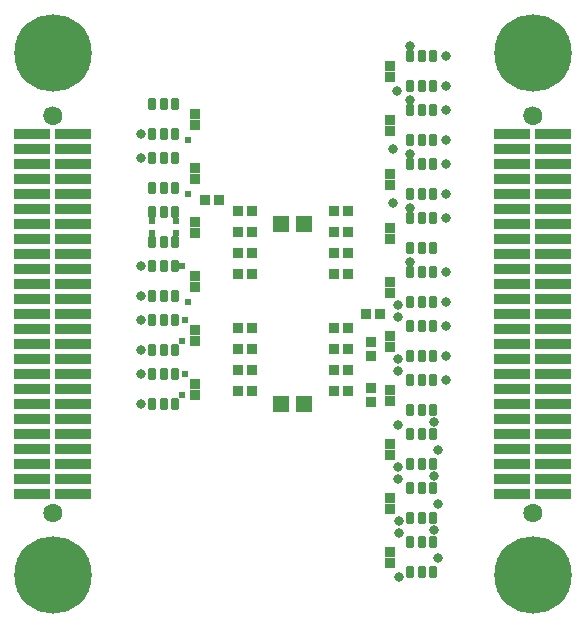
<source format=gbs>
G04*
G04 #@! TF.GenerationSoftware,Altium Limited,Altium Designer,21.6.4 (81)*
G04*
G04 Layer_Color=16711935*
%FSLAX25Y25*%
%MOIN*%
G70*
G04*
G04 #@! TF.SameCoordinates,90030F59-7507-437C-A338-71E6985DC830*
G04*
G04*
G04 #@! TF.FilePolarity,Negative*
G04*
G01*
G75*
%ADD10C,0.00000*%
%ADD13C,0.06312*%
%ADD14C,0.03200*%
%ADD15C,0.02400*%
%ADD16C,0.25800*%
%ADD25R,0.05334X0.05756*%
%ADD27R,0.03394X0.03377*%
%ADD28R,0.03377X0.03394*%
%ADD33R,0.11898X0.03315*%
%ADD34R,0.11898X0.03316*%
G04:AMPARAMS|DCode=35|XSize=29.65mil|YSize=39.5mil|CornerRadius=5.95mil|HoleSize=0mil|Usage=FLASHONLY|Rotation=180.000|XOffset=0mil|YOffset=0mil|HoleType=Round|Shape=RoundedRectangle|*
%AMROUNDEDRECTD35*
21,1,0.02965,0.02760,0,0,180.0*
21,1,0.01776,0.03950,0,0,180.0*
1,1,0.01190,-0.00888,0.01380*
1,1,0.01190,0.00888,0.01380*
1,1,0.01190,0.00888,-0.01380*
1,1,0.01190,-0.00888,-0.01380*
%
%ADD35ROUNDEDRECTD35*%
%ADD36R,0.03635X0.03792*%
%ADD37R,0.12296X0.03713*%
D10*
X282957Y266252D02*
G03*
X282957Y266252I-2957J0D01*
G01*
Y133748D02*
G03*
X282957Y133748I-2957J0D01*
G01*
X122957D02*
G03*
X122957Y133748I-2957J0D01*
G01*
Y266252D02*
G03*
X122957Y266252I-2957J0D01*
G01*
D13*
X280000D02*
D03*
Y133748D02*
D03*
X120000D02*
D03*
Y266252D02*
D03*
D14*
X247000Y164000D02*
D03*
Y128000D02*
D03*
X248406Y136856D02*
D03*
X247000Y146000D02*
D03*
X251000Y232000D02*
D03*
Y178000D02*
D03*
Y185961D02*
D03*
Y196000D02*
D03*
Y203961D02*
D03*
Y214000D02*
D03*
Y239961D02*
D03*
Y250000D02*
D03*
Y257961D02*
D03*
X251020Y267980D02*
D03*
X248406Y154856D02*
D03*
Y118856D02*
D03*
X251000Y275961D02*
D03*
Y286000D02*
D03*
X149510Y259970D02*
D03*
Y252010D02*
D03*
Y169971D02*
D03*
Y180010D02*
D03*
Y187970D02*
D03*
Y198010D02*
D03*
Y205971D02*
D03*
X149500Y216000D02*
D03*
X235000Y203000D02*
D03*
X239000Y217500D02*
D03*
X235000Y185000D02*
D03*
Y149000D02*
D03*
Y145000D02*
D03*
X235500Y112500D02*
D03*
Y131000D02*
D03*
Y127000D02*
D03*
X233500Y237000D02*
D03*
X239000Y235500D02*
D03*
X234682Y274400D02*
D03*
X233500Y255000D02*
D03*
X239000Y253500D02*
D03*
Y271500D02*
D03*
Y289500D02*
D03*
X235000Y181000D02*
D03*
Y199000D02*
D03*
Y163000D02*
D03*
D15*
X165000Y258000D02*
D03*
X163004Y191032D02*
D03*
Y173031D02*
D03*
X163000Y216000D02*
D03*
X153000Y227000D02*
D03*
Y231000D02*
D03*
X165000Y204000D02*
D03*
X164000Y180000D02*
D03*
X161000Y231000D02*
D03*
Y227000D02*
D03*
X165000Y240000D02*
D03*
X164000Y198000D02*
D03*
D16*
X280000Y287000D02*
D03*
X120000Y113000D02*
D03*
Y287000D02*
D03*
X280000Y113000D02*
D03*
D25*
X203841Y170000D02*
D03*
X196159D02*
D03*
X203841Y230000D02*
D03*
X196159D02*
D03*
D27*
X226000Y190871D02*
D03*
Y186129D02*
D03*
Y170629D02*
D03*
Y175371D02*
D03*
D28*
X175371Y238000D02*
D03*
X170629D02*
D03*
X224529Y200100D02*
D03*
X229271D02*
D03*
X186371Y234500D02*
D03*
X181629D02*
D03*
X213629D02*
D03*
X218371D02*
D03*
X213629Y227500D02*
D03*
X218371D02*
D03*
X213629Y220500D02*
D03*
X218371D02*
D03*
X213629Y213500D02*
D03*
X218371D02*
D03*
X181629Y174500D02*
D03*
X186371D02*
D03*
X181629Y188500D02*
D03*
X186371D02*
D03*
X213629Y174500D02*
D03*
X218371D02*
D03*
X213629Y188500D02*
D03*
X218371D02*
D03*
X186371Y220500D02*
D03*
X181629D02*
D03*
X213629Y181500D02*
D03*
X218371D02*
D03*
X213629Y195500D02*
D03*
X218371D02*
D03*
X181629Y181500D02*
D03*
X186371D02*
D03*
X181629Y195500D02*
D03*
X186371D02*
D03*
X186371Y227500D02*
D03*
X181629D02*
D03*
X186371Y213500D02*
D03*
X181629D02*
D03*
D33*
X273252Y139999D02*
D03*
X286748D02*
D03*
X273252Y145000D02*
D03*
X286748D02*
D03*
X273252Y149999D02*
D03*
X286748D02*
D03*
X273252Y154999D02*
D03*
X286748D02*
D03*
X273252Y160000D02*
D03*
X286748D02*
D03*
X273252Y164999D02*
D03*
X286748D02*
D03*
X273252Y170000D02*
D03*
X286748D02*
D03*
X273252Y174999D02*
D03*
X286748D02*
D03*
X273252Y179999D02*
D03*
X286748D02*
D03*
X273252Y185000D02*
D03*
X286748D02*
D03*
X273252Y189999D02*
D03*
X286748D02*
D03*
X273252Y195000D02*
D03*
X286748D02*
D03*
X273252Y205000D02*
D03*
X286748D02*
D03*
X273252Y210000D02*
D03*
X286748D02*
D03*
X273252Y215001D02*
D03*
X286748D02*
D03*
X273252Y220001D02*
D03*
X286748D02*
D03*
X273252Y225001D02*
D03*
X286748D02*
D03*
X273252Y230000D02*
D03*
X286748D02*
D03*
X273252Y235000D02*
D03*
X286748D02*
D03*
X273252Y240001D02*
D03*
X286748D02*
D03*
X273252Y245001D02*
D03*
X286748D02*
D03*
X273252Y250001D02*
D03*
X286748D02*
D03*
X273252Y255000D02*
D03*
X286748D02*
D03*
X273252Y260000D02*
D03*
X286748D02*
D03*
X126748D02*
D03*
X113252D02*
D03*
X126748Y255000D02*
D03*
X113252D02*
D03*
X126748Y250001D02*
D03*
X113252D02*
D03*
X126748Y245001D02*
D03*
X113252D02*
D03*
X126748Y240001D02*
D03*
X113252D02*
D03*
X126748Y235000D02*
D03*
X113252D02*
D03*
X126748Y230000D02*
D03*
X113252D02*
D03*
X126748Y225001D02*
D03*
X113252D02*
D03*
X126748Y220001D02*
D03*
X113252D02*
D03*
X126748Y215001D02*
D03*
X113252D02*
D03*
X126748Y210000D02*
D03*
X113252D02*
D03*
X126748Y205000D02*
D03*
X113252D02*
D03*
X126748Y195000D02*
D03*
X113252D02*
D03*
X126748Y189999D02*
D03*
X113252D02*
D03*
X126748Y185000D02*
D03*
X113252D02*
D03*
X126748Y179999D02*
D03*
X113252D02*
D03*
X126748Y174999D02*
D03*
X113252D02*
D03*
X126748Y170000D02*
D03*
X113252D02*
D03*
X126748Y164999D02*
D03*
X113252D02*
D03*
X126748Y160000D02*
D03*
X113252D02*
D03*
X126748Y154999D02*
D03*
X113252D02*
D03*
X126748Y149999D02*
D03*
X113252D02*
D03*
X126748Y145000D02*
D03*
X113252D02*
D03*
X126748Y139999D02*
D03*
X113252D02*
D03*
D34*
X273252Y200000D02*
D03*
X286748D02*
D03*
X126748D02*
D03*
X113252D02*
D03*
D35*
X239260Y142020D02*
D03*
X243000D02*
D03*
X246740D02*
D03*
Y131980D02*
D03*
X243000D02*
D03*
X239260D02*
D03*
X160740Y259980D02*
D03*
X157000D02*
D03*
X153260D02*
D03*
Y270020D02*
D03*
X157000D02*
D03*
X160740D02*
D03*
X239260Y214020D02*
D03*
X243000D02*
D03*
X246740D02*
D03*
Y203980D02*
D03*
X243000D02*
D03*
X239260D02*
D03*
X160740Y180020D02*
D03*
X157000D02*
D03*
X153260D02*
D03*
Y169980D02*
D03*
X157000D02*
D03*
X160740D02*
D03*
X239260Y113980D02*
D03*
X243000D02*
D03*
X246740D02*
D03*
Y124020D02*
D03*
X243000D02*
D03*
X239260D02*
D03*
Y149980D02*
D03*
X243000D02*
D03*
X246740D02*
D03*
Y160020D02*
D03*
X243000D02*
D03*
X239260D02*
D03*
Y167980D02*
D03*
X243000D02*
D03*
X246740D02*
D03*
Y178020D02*
D03*
X243000D02*
D03*
X239260D02*
D03*
Y185980D02*
D03*
X243000D02*
D03*
X246740D02*
D03*
Y196020D02*
D03*
X243000D02*
D03*
X239260D02*
D03*
X160740Y198020D02*
D03*
X157000D02*
D03*
X153260D02*
D03*
Y187980D02*
D03*
X157000D02*
D03*
X160740D02*
D03*
X239260Y221980D02*
D03*
X243000D02*
D03*
X246740D02*
D03*
Y232020D02*
D03*
X243000D02*
D03*
X239260D02*
D03*
X160740Y216020D02*
D03*
X157000D02*
D03*
X153260D02*
D03*
Y205980D02*
D03*
X157000D02*
D03*
X160740D02*
D03*
X239260Y239980D02*
D03*
X243000D02*
D03*
X246740D02*
D03*
Y250020D02*
D03*
X243000D02*
D03*
X239260D02*
D03*
X160740Y252020D02*
D03*
X157000D02*
D03*
X153260D02*
D03*
Y241980D02*
D03*
X157000D02*
D03*
X160740D02*
D03*
X239260Y257980D02*
D03*
X243000D02*
D03*
X246740D02*
D03*
Y268020D02*
D03*
X243000D02*
D03*
X239260D02*
D03*
X160740Y234020D02*
D03*
X157000D02*
D03*
X153260D02*
D03*
Y223980D02*
D03*
X157000D02*
D03*
X160740D02*
D03*
X239260Y275980D02*
D03*
X243000D02*
D03*
X246740D02*
D03*
Y286020D02*
D03*
X243000D02*
D03*
X239260D02*
D03*
D36*
X232500Y120929D02*
D03*
Y117071D02*
D03*
Y138929D02*
D03*
Y135071D02*
D03*
Y156929D02*
D03*
Y153071D02*
D03*
Y174929D02*
D03*
Y171071D02*
D03*
Y192929D02*
D03*
Y189071D02*
D03*
Y210929D02*
D03*
Y207071D02*
D03*
Y228929D02*
D03*
Y225071D02*
D03*
Y282929D02*
D03*
Y279071D02*
D03*
Y264929D02*
D03*
Y261071D02*
D03*
Y246929D02*
D03*
Y243071D02*
D03*
X167500Y230929D02*
D03*
Y227071D02*
D03*
Y212929D02*
D03*
Y209071D02*
D03*
Y194929D02*
D03*
Y191071D02*
D03*
Y176929D02*
D03*
Y173071D02*
D03*
Y248929D02*
D03*
Y245071D02*
D03*
X167500Y266929D02*
D03*
Y263071D02*
D03*
D37*
X273252Y140000D02*
D03*
X286748D02*
D03*
X273252Y145000D02*
D03*
X286748D02*
D03*
X273252Y150000D02*
D03*
X286748D02*
D03*
X273252Y155000D02*
D03*
X286748D02*
D03*
X273252Y160000D02*
D03*
X286748D02*
D03*
X273252Y165000D02*
D03*
X286748D02*
D03*
X273252Y170000D02*
D03*
X286748D02*
D03*
X273252Y175000D02*
D03*
X286748D02*
D03*
X273252Y180000D02*
D03*
X286748D02*
D03*
X273252Y185000D02*
D03*
X286748D02*
D03*
X273252Y190000D02*
D03*
X286748D02*
D03*
X273252Y195000D02*
D03*
X286748D02*
D03*
X273252Y200000D02*
D03*
X286748D02*
D03*
X273252Y205000D02*
D03*
X286748D02*
D03*
X273252Y210000D02*
D03*
X286748D02*
D03*
X273252Y215000D02*
D03*
X286748D02*
D03*
X273252Y220000D02*
D03*
X286748D02*
D03*
X273252Y225000D02*
D03*
X286748D02*
D03*
X273252Y230000D02*
D03*
X286748D02*
D03*
X273252Y235000D02*
D03*
X286748D02*
D03*
X273252Y240000D02*
D03*
X286748D02*
D03*
X273252Y245000D02*
D03*
X286748D02*
D03*
X273252Y250000D02*
D03*
X286748D02*
D03*
X273252Y255000D02*
D03*
X286748D02*
D03*
X273252Y260000D02*
D03*
X286748D02*
D03*
X126748D02*
D03*
X113252D02*
D03*
X126748Y255000D02*
D03*
X113252D02*
D03*
X126748Y250000D02*
D03*
X113252D02*
D03*
X126748Y245000D02*
D03*
X113252D02*
D03*
X126748Y240000D02*
D03*
X113252D02*
D03*
X126748Y235000D02*
D03*
X113252D02*
D03*
X126748Y230000D02*
D03*
X113252D02*
D03*
X126748Y225000D02*
D03*
X113252D02*
D03*
X126748Y220000D02*
D03*
X113252D02*
D03*
X126748Y215000D02*
D03*
X113252D02*
D03*
X126748Y210000D02*
D03*
X113252D02*
D03*
X126748Y205000D02*
D03*
X113252D02*
D03*
X126748Y200000D02*
D03*
X113252D02*
D03*
X126748Y195000D02*
D03*
X113252D02*
D03*
X126748Y190000D02*
D03*
X113252D02*
D03*
X126748Y185000D02*
D03*
X113252D02*
D03*
X126748Y180000D02*
D03*
X113252D02*
D03*
X126748Y175000D02*
D03*
X113252D02*
D03*
X126748Y170000D02*
D03*
X113252D02*
D03*
X126748Y165000D02*
D03*
X113252D02*
D03*
X126748Y160000D02*
D03*
X113252D02*
D03*
X126748Y155000D02*
D03*
X113252D02*
D03*
X126748Y150000D02*
D03*
X113252D02*
D03*
X126748Y145000D02*
D03*
X113252D02*
D03*
X126748Y140000D02*
D03*
X113252D02*
D03*
M02*

</source>
